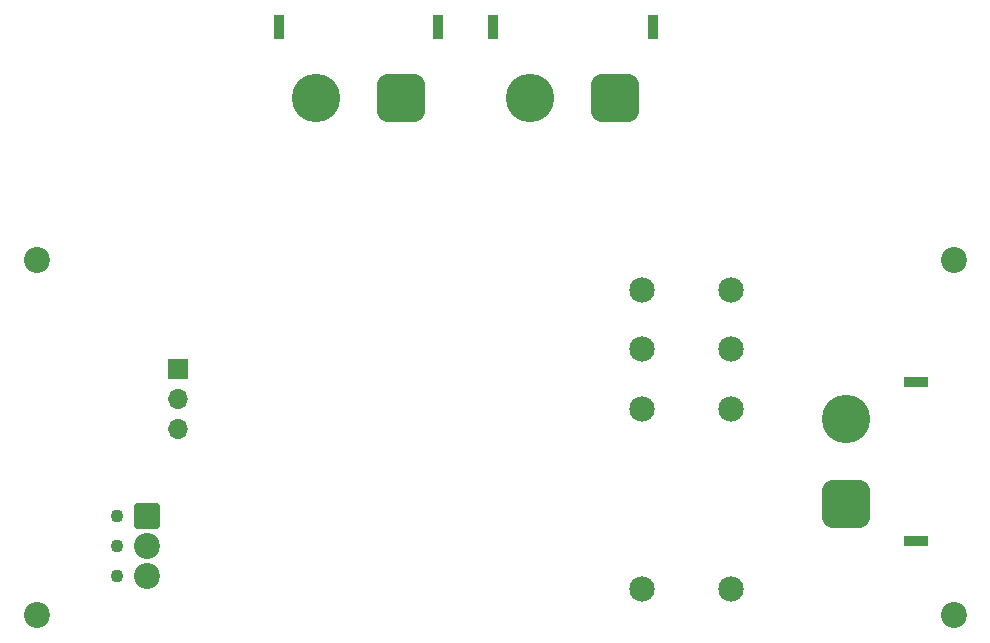
<source format=gbr>
%TF.GenerationSoftware,KiCad,Pcbnew,9.0.4*%
%TF.CreationDate,2025-10-16T20:01:58-07:00*%
%TF.ProjectId,E-Stop,452d5374-6f70-42e6-9b69-6361645f7063,rev?*%
%TF.SameCoordinates,Original*%
%TF.FileFunction,Soldermask,Bot*%
%TF.FilePolarity,Negative*%
%FSLAX46Y46*%
G04 Gerber Fmt 4.6, Leading zero omitted, Abs format (unit mm)*
G04 Created by KiCad (PCBNEW 9.0.4) date 2025-10-16 20:01:58*
%MOMM*%
%LPD*%
G01*
G04 APERTURE LIST*
G04 Aperture macros list*
%AMRoundRect*
0 Rectangle with rounded corners*
0 $1 Rounding radius*
0 $2 $3 $4 $5 $6 $7 $8 $9 X,Y pos of 4 corners*
0 Add a 4 corners polygon primitive as box body*
4,1,4,$2,$3,$4,$5,$6,$7,$8,$9,$2,$3,0*
0 Add four circle primitives for the rounded corners*
1,1,$1+$1,$2,$3*
1,1,$1+$1,$4,$5*
1,1,$1+$1,$6,$7*
1,1,$1+$1,$8,$9*
0 Add four rect primitives between the rounded corners*
20,1,$1+$1,$2,$3,$4,$5,0*
20,1,$1+$1,$4,$5,$6,$7,0*
20,1,$1+$1,$6,$7,$8,$9,0*
20,1,$1+$1,$8,$9,$2,$3,0*%
G04 Aperture macros list end*
%ADD10C,2.200000*%
%ADD11R,0.900000X2.000000*%
%ADD12RoundRect,1.025000X-1.025000X-1.025000X1.025000X-1.025000X1.025000X1.025000X-1.025000X1.025000X0*%
%ADD13C,4.100000*%
%ADD14C,2.154000*%
%ADD15R,1.700000X1.700000*%
%ADD16O,1.700000X1.700000*%
%ADD17C,1.100000*%
%ADD18RoundRect,0.249999X-0.850001X0.850001X-0.850001X-0.850001X0.850001X-0.850001X0.850001X0.850001X0*%
%ADD19R,2.000000X0.900000*%
%ADD20RoundRect,1.025000X-1.025000X1.025000X-1.025000X-1.025000X1.025000X-1.025000X1.025000X1.025000X0*%
G04 APERTURE END LIST*
D10*
%TO.C,H3*%
X191137523Y-117732068D03*
%TD*%
%TO.C,H2*%
X113500000Y-87732068D03*
%TD*%
%TO.C,H1*%
X191137523Y-87732068D03*
%TD*%
D11*
%TO.C,J2*%
X152150000Y-68000000D03*
X165650000Y-68000000D03*
D12*
X162500000Y-74000000D03*
D13*
X155300000Y-74000000D03*
%TD*%
D11*
%TO.C,J1*%
X134000000Y-68000000D03*
X147500000Y-68000000D03*
D12*
X144350000Y-74000000D03*
D13*
X137150000Y-74000000D03*
%TD*%
D14*
%TO.C,K1*%
X164770000Y-95270000D03*
X164770000Y-100310000D03*
X164770000Y-90230000D03*
X172270000Y-95270000D03*
X172270000Y-100310000D03*
X172270000Y-90230000D03*
X164770000Y-115570000D03*
X172270000Y-115570000D03*
%TD*%
D10*
%TO.C,H4*%
X113500000Y-117732068D03*
%TD*%
D15*
%TO.C,J3*%
X125500000Y-96960000D03*
D16*
X125500000Y-99500000D03*
X125500000Y-102040000D03*
%TD*%
D17*
%TO.C,Button*%
X120294400Y-109372400D03*
X120294400Y-111912400D03*
X120294400Y-114452400D03*
D18*
X122834400Y-109372400D03*
D10*
X122834400Y-111912400D03*
X122834400Y-114452400D03*
%TD*%
D19*
%TO.C,J5*%
X188000000Y-98000000D03*
X188000000Y-111500000D03*
D20*
X182000000Y-108350000D03*
D13*
X182000000Y-101150000D03*
%TD*%
M02*

</source>
